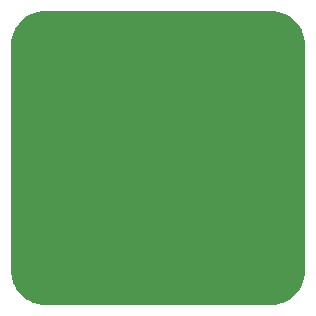
<source format=gbr>
%TF.GenerationSoftware,KiCad,Pcbnew,8.0.0*%
%TF.CreationDate,2024-07-26T18:05:43-04:00*%
%TF.ProjectId,X-Band Amplifier HMC441,582d4261-6e64-4204-916d-706c69666965,v1.1*%
%TF.SameCoordinates,Original*%
%TF.FileFunction,Copper,L3,Inr*%
%TF.FilePolarity,Positive*%
%FSLAX46Y46*%
G04 Gerber Fmt 4.6, Leading zero omitted, Abs format (unit mm)*
G04 Created by KiCad (PCBNEW 8.0.0) date 2024-07-26 18:05:43*
%MOMM*%
%LPD*%
G01*
G04 APERTURE LIST*
%TA.AperFunction,ComponentPad*%
%ADD10C,0.508000*%
%TD*%
%TA.AperFunction,ComponentPad*%
%ADD11C,5.562600*%
%TD*%
%TA.AperFunction,ViaPad*%
%ADD12C,0.600000*%
%TD*%
G04 APERTURE END LIST*
D10*
%TO.N,GND*%
%TO.C,U1*%
X139065000Y-63119000D03*
X139065000Y-63754000D03*
X139065000Y-64389000D03*
X139700000Y-63119000D03*
X139700000Y-63754000D03*
X139700000Y-64389000D03*
X140335000Y-63119000D03*
X140335000Y-63754000D03*
X140335000Y-64389000D03*
%TD*%
D11*
%TO.N,GND*%
%TO.C,H2*%
X149225000Y-53975000D03*
%TD*%
%TO.N,GND*%
%TO.C,H3*%
X130175000Y-73025000D03*
%TD*%
%TO.N,GND*%
%TO.C,H4*%
X149225000Y-73025000D03*
%TD*%
%TO.N,GND*%
%TO.C,H1*%
X130175000Y-53975000D03*
%TD*%
D12*
%TO.N,GND*%
X134366000Y-73660000D03*
X138303000Y-60960000D03*
X139700000Y-69342000D03*
X142113000Y-64516000D03*
X137160000Y-64516000D03*
X137287000Y-62230000D03*
X141986000Y-62230000D03*
X141859000Y-65405000D03*
X137414000Y-65278000D03*
X138303000Y-62357000D03*
X141097000Y-62357000D03*
X141097000Y-65151000D03*
X138303000Y-65151000D03*
X134112000Y-52197000D03*
X134112000Y-54102000D03*
X134112000Y-56134000D03*
X140843000Y-60198000D03*
X141224000Y-61087000D03*
X140462000Y-52324000D03*
X148082000Y-62484000D03*
X140462000Y-56769000D03*
X132588000Y-62484000D03*
X143256000Y-61849000D03*
X133858000Y-62484000D03*
X131953000Y-64516000D03*
X132842000Y-61849000D03*
X130048000Y-64516000D03*
X147447000Y-62484000D03*
X148717000Y-62484000D03*
X133477000Y-61849000D03*
X146177000Y-64516000D03*
X148971000Y-61849000D03*
X148717000Y-64516000D03*
X136017000Y-61849000D03*
X140462000Y-52959000D03*
X137160000Y-66421000D03*
X149606000Y-65151000D03*
X134493000Y-62484000D03*
X144018000Y-56134000D03*
X149987000Y-64516000D03*
X142621000Y-61849000D03*
X132842000Y-65151000D03*
X144018000Y-51689000D03*
X134493000Y-58039000D03*
X135763000Y-62484000D03*
X143256000Y-60452000D03*
X147066000Y-61849000D03*
X149606000Y-61849000D03*
X144018000Y-54864000D03*
X135128000Y-62484000D03*
X145796000Y-65151000D03*
X143891000Y-65151000D03*
X150241000Y-65151000D03*
X148336000Y-69088000D03*
X149352000Y-62484000D03*
X144272000Y-62484000D03*
X133223000Y-62484000D03*
X140462000Y-51689000D03*
X140462000Y-54229000D03*
X132588000Y-64516000D03*
X148336000Y-61849000D03*
X131953000Y-62484000D03*
X140462000Y-55499000D03*
X143891000Y-61849000D03*
X144018000Y-55499000D03*
X150622000Y-62484000D03*
X128397000Y-61849000D03*
X135382000Y-61849000D03*
X146177000Y-57912000D03*
X144018000Y-54229000D03*
X135382000Y-65151000D03*
X127889000Y-57531000D03*
X129032000Y-65151000D03*
X150241000Y-61849000D03*
X134493000Y-59309000D03*
X133350000Y-66802000D03*
X132207000Y-65151000D03*
X145542000Y-64516000D03*
X146812000Y-62484000D03*
X145161000Y-65151000D03*
X136652000Y-65151000D03*
X135128000Y-64516000D03*
X144526000Y-59436000D03*
X133350000Y-69977000D03*
X143002000Y-64516000D03*
X151511000Y-61849000D03*
X142621000Y-65913000D03*
X145161000Y-61849000D03*
X136398000Y-62484000D03*
X150876000Y-61849000D03*
X133985000Y-68326000D03*
X145542000Y-75311000D03*
X146050000Y-59690000D03*
X129032000Y-61849000D03*
X148971000Y-65151000D03*
X127508000Y-64516000D03*
X139700000Y-73914000D03*
X151257000Y-62484000D03*
X143002000Y-62484000D03*
X147701000Y-65151000D03*
X145161000Y-73660000D03*
X128143000Y-62484000D03*
X130937000Y-61849000D03*
X144526000Y-61849000D03*
X129667000Y-61849000D03*
X134493000Y-64516000D03*
X139700000Y-72009000D03*
X140462000Y-56134000D03*
X133604000Y-60452000D03*
X127762000Y-61849000D03*
X136017000Y-65151000D03*
X128778000Y-64516000D03*
X142621000Y-59055000D03*
X129667000Y-65151000D03*
X131318000Y-62484000D03*
X148336000Y-65151000D03*
X128143000Y-64516000D03*
X144018000Y-53594000D03*
X151130000Y-69215000D03*
X145034000Y-60579000D03*
X131318000Y-64516000D03*
X135128000Y-66802000D03*
X147066000Y-65151000D03*
X133223000Y-64516000D03*
X144018000Y-56769000D03*
X149352000Y-64516000D03*
X145542000Y-62484000D03*
X147447000Y-64516000D03*
X130302000Y-65151000D03*
X151892000Y-64516000D03*
X143637000Y-64516000D03*
X128397000Y-65151000D03*
X142240000Y-66421000D03*
X144018000Y-52959000D03*
X150622000Y-64516000D03*
X140462000Y-53594000D03*
X127508000Y-62484000D03*
X130683000Y-62484000D03*
X131572000Y-65151000D03*
X127762000Y-65151000D03*
X150622000Y-57785000D03*
X144907000Y-62484000D03*
X136398000Y-64516000D03*
X132588000Y-57658000D03*
X134112000Y-61849000D03*
X144272000Y-64516000D03*
X128778000Y-62484000D03*
X149987000Y-62484000D03*
X145415000Y-71501000D03*
X151257000Y-64516000D03*
X143256000Y-65151000D03*
X150876000Y-65151000D03*
X130810000Y-68961000D03*
X136779000Y-65786000D03*
X130683000Y-64516000D03*
X146177000Y-62484000D03*
X135712200Y-57683400D03*
X151892000Y-62484000D03*
X143637000Y-62484000D03*
X130048000Y-62484000D03*
X129413000Y-64516000D03*
X136220200Y-58293000D03*
X140462000Y-54864000D03*
X144526000Y-65151000D03*
X129413000Y-62484000D03*
X134493000Y-75311000D03*
X134112000Y-71882000D03*
X130937000Y-65151000D03*
X147828000Y-57785000D03*
X135763000Y-64516000D03*
X133477000Y-65151000D03*
X134112000Y-65151000D03*
X147701000Y-61849000D03*
X145923000Y-67056000D03*
X131572000Y-61849000D03*
X142621000Y-65151000D03*
X133858000Y-64516000D03*
X144018000Y-52324000D03*
X136652000Y-61849000D03*
X135382000Y-60452000D03*
X144145000Y-66802000D03*
X146431000Y-65151000D03*
X144272000Y-58039000D03*
X145796000Y-61849000D03*
X134747000Y-65151000D03*
X148082000Y-64516000D03*
X137414000Y-60579000D03*
X144907000Y-64516000D03*
X132207000Y-61849000D03*
X128270000Y-69215000D03*
X146812000Y-64516000D03*
X130175000Y-57531000D03*
X130302000Y-61849000D03*
X146431000Y-61849000D03*
X151511000Y-65151000D03*
X136220200Y-59309000D03*
X134747000Y-61849000D03*
%TD*%
%TA.AperFunction,Conductor*%
%TO.N,GND*%
G36*
X149228471Y-51054695D02*
G01*
X149268500Y-51056942D01*
X149545048Y-51072473D01*
X149558847Y-51074027D01*
X149823126Y-51118931D01*
X149868003Y-51126556D01*
X149881560Y-51129650D01*
X150182891Y-51216462D01*
X150196015Y-51221055D01*
X150485721Y-51341054D01*
X150498243Y-51347083D01*
X150649796Y-51430844D01*
X150772704Y-51498773D01*
X150784478Y-51506171D01*
X151040231Y-51687637D01*
X151051099Y-51696305D01*
X151284912Y-51905255D01*
X151294744Y-51915087D01*
X151503694Y-52148900D01*
X151512365Y-52159772D01*
X151693828Y-52415521D01*
X151701226Y-52427295D01*
X151852912Y-52701749D01*
X151858945Y-52714278D01*
X151978944Y-53003984D01*
X151983537Y-53017108D01*
X152070349Y-53318439D01*
X152073443Y-53331996D01*
X152125970Y-53641141D01*
X152127527Y-53654959D01*
X152145305Y-53971527D01*
X152145500Y-53978480D01*
X152145500Y-73021519D01*
X152145305Y-73028472D01*
X152127527Y-73345040D01*
X152125970Y-73358858D01*
X152073443Y-73668003D01*
X152070349Y-73681560D01*
X151983537Y-73982891D01*
X151978944Y-73996015D01*
X151858945Y-74285721D01*
X151852912Y-74298250D01*
X151701226Y-74572704D01*
X151693828Y-74584478D01*
X151512365Y-74840227D01*
X151503694Y-74851099D01*
X151294744Y-75084912D01*
X151284912Y-75094744D01*
X151051099Y-75303694D01*
X151040227Y-75312365D01*
X150784478Y-75493828D01*
X150772704Y-75501226D01*
X150498250Y-75652912D01*
X150485721Y-75658945D01*
X150196015Y-75778944D01*
X150182891Y-75783537D01*
X149881560Y-75870349D01*
X149868003Y-75873443D01*
X149558858Y-75925970D01*
X149545040Y-75927527D01*
X149228472Y-75945305D01*
X149221519Y-75945500D01*
X130178481Y-75945500D01*
X130171528Y-75945305D01*
X129854959Y-75927527D01*
X129841141Y-75925970D01*
X129531996Y-75873443D01*
X129518439Y-75870349D01*
X129217108Y-75783537D01*
X129203984Y-75778944D01*
X128914278Y-75658945D01*
X128901749Y-75652912D01*
X128627295Y-75501226D01*
X128615521Y-75493828D01*
X128359772Y-75312365D01*
X128348900Y-75303694D01*
X128115087Y-75094744D01*
X128105255Y-75084912D01*
X127896305Y-74851099D01*
X127887634Y-74840227D01*
X127706171Y-74584478D01*
X127698773Y-74572704D01*
X127547087Y-74298250D01*
X127541054Y-74285721D01*
X127421055Y-73996015D01*
X127416462Y-73982891D01*
X127329650Y-73681560D01*
X127326556Y-73668003D01*
X127302907Y-73528819D01*
X127274027Y-73358847D01*
X127272473Y-73345048D01*
X127254695Y-73028471D01*
X127254500Y-73021519D01*
X127254500Y-53978480D01*
X127254695Y-53971528D01*
X127263961Y-53806519D01*
X127272473Y-53654949D01*
X127274027Y-53641154D01*
X127326556Y-53331994D01*
X127329650Y-53318439D01*
X127416462Y-53017108D01*
X127421055Y-53003984D01*
X127497991Y-52818243D01*
X127541057Y-52714269D01*
X127547079Y-52701763D01*
X127698776Y-52427289D01*
X127706171Y-52415521D01*
X127887643Y-52159759D01*
X127896294Y-52148912D01*
X128105256Y-51915085D01*
X128115087Y-51905255D01*
X128348912Y-51696294D01*
X128359759Y-51687643D01*
X128615526Y-51506167D01*
X128627289Y-51498776D01*
X128901763Y-51347079D01*
X128914269Y-51341057D01*
X129203984Y-51221055D01*
X129217104Y-51216463D01*
X129518440Y-51129649D01*
X129531996Y-51126556D01*
X129841154Y-51074027D01*
X129854949Y-51072473D01*
X130134843Y-51056755D01*
X130171529Y-51054695D01*
X130178481Y-51054500D01*
X130219875Y-51054500D01*
X149180125Y-51054500D01*
X149221519Y-51054500D01*
X149228471Y-51054695D01*
G37*
%TD.AperFunction*%
%TD*%
M02*

</source>
